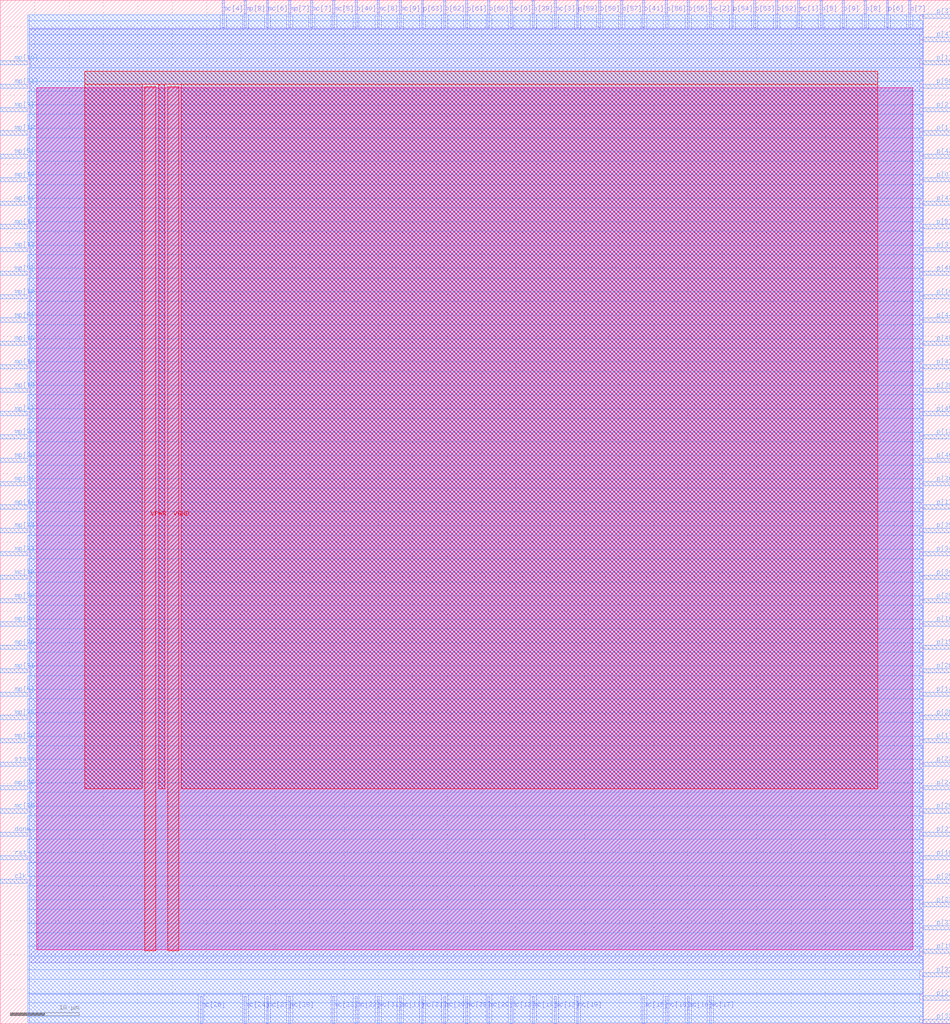
<source format=lef>
VERSION 5.7 ;
  NOWIREEXTENSIONATPIN ON ;
  DIVIDERCHAR "/" ;
  BUSBITCHARS "[]" ;
MACRO pm32
  CLASS BLOCK ;
  FOREIGN pm32 ;
  ORIGIN 0.000 0.000 ;
  SIZE 138.155 BY 148.875 ;
  PIN VGND
    DIRECTION INOUT ;
    USE GROUND ;
    PORT
      LAYER met4 ;
        RECT 24.340 10.640 25.940 136.240 ;
    END
  END VGND
  PIN VPWR
    DIRECTION INOUT ;
    USE POWER ;
    PORT
      LAYER met4 ;
        RECT 21.040 10.640 22.640 136.240 ;
    END
  END VPWR
  PIN clk
    DIRECTION INPUT ;
    USE SIGNAL ;
    ANTENNAGATEAREA 0.852000 ;
    PORT
      LAYER met3 ;
        RECT 0.000 20.440 4.000 21.040 ;
    END
  END clk
  PIN done
    DIRECTION OUTPUT ;
    USE SIGNAL ;
    ANTENNADIFFAREA 0.445500 ;
    PORT
      LAYER met3 ;
        RECT 0.000 27.240 4.000 27.840 ;
    END
  END done
  PIN mc[0]
    DIRECTION INPUT ;
    USE SIGNAL ;
    ANTENNAGATEAREA 0.196500 ;
    PORT
      LAYER met2 ;
        RECT 74.150 144.875 74.430 148.875 ;
    END
  END mc[0]
  PIN mc[10]
    DIRECTION INPUT ;
    USE SIGNAL ;
    ANTENNAGATEAREA 0.196500 ;
    PORT
      LAYER met3 ;
        RECT 0.000 64.640 4.000 65.240 ;
    END
  END mc[10]
  PIN mc[11]
    DIRECTION INPUT ;
    USE SIGNAL ;
    ANTENNAGATEAREA 0.196500 ;
    PORT
      LAYER met2 ;
        RECT 58.050 0.000 58.330 4.000 ;
    END
  END mc[11]
  PIN mc[12]
    DIRECTION INPUT ;
    USE SIGNAL ;
    ANTENNAGATEAREA 0.196500 ;
    PORT
      LAYER met2 ;
        RECT 74.150 0.000 74.430 4.000 ;
    END
  END mc[12]
  PIN mc[13]
    DIRECTION INPUT ;
    USE SIGNAL ;
    ANTENNAGATEAREA 0.196500 ;
    PORT
      LAYER met2 ;
        RECT 80.590 0.000 80.870 4.000 ;
    END
  END mc[13]
  PIN mc[14]
    DIRECTION INPUT ;
    USE SIGNAL ;
    ANTENNAGATEAREA 0.196500 ;
    PORT
      LAYER met2 ;
        RECT 77.370 0.000 77.650 4.000 ;
    END
  END mc[14]
  PIN mc[15]
    DIRECTION INPUT ;
    USE SIGNAL ;
    ANTENNAGATEAREA 0.196500 ;
    PORT
      LAYER met2 ;
        RECT 93.470 0.000 93.750 4.000 ;
    END
  END mc[15]
  PIN mc[16]
    DIRECTION INPUT ;
    USE SIGNAL ;
    ANTENNAGATEAREA 0.196500 ;
    PORT
      LAYER met2 ;
        RECT 99.910 0.000 100.190 4.000 ;
    END
  END mc[16]
  PIN mc[17]
    DIRECTION INPUT ;
    USE SIGNAL ;
    ANTENNAGATEAREA 0.196500 ;
    PORT
      LAYER met2 ;
        RECT 103.130 0.000 103.410 4.000 ;
    END
  END mc[17]
  PIN mc[18]
    DIRECTION INPUT ;
    USE SIGNAL ;
    ANTENNAGATEAREA 0.196500 ;
    PORT
      LAYER met2 ;
        RECT 96.690 0.000 96.970 4.000 ;
    END
  END mc[18]
  PIN mc[19]
    DIRECTION INPUT ;
    USE SIGNAL ;
    ANTENNAGATEAREA 0.196500 ;
    PORT
      LAYER met2 ;
        RECT 83.810 0.000 84.090 4.000 ;
    END
  END mc[19]
  PIN mc[1]
    DIRECTION INPUT ;
    USE SIGNAL ;
    ANTENNAGATEAREA 0.196500 ;
    PORT
      LAYER met2 ;
        RECT 116.010 144.875 116.290 148.875 ;
    END
  END mc[1]
  PIN mc[20]
    DIRECTION INPUT ;
    USE SIGNAL ;
    ANTENNAGATEAREA 0.196500 ;
    PORT
      LAYER met2 ;
        RECT 70.930 0.000 71.210 4.000 ;
    END
  END mc[20]
  PIN mc[21]
    DIRECTION INPUT ;
    USE SIGNAL ;
    ANTENNAGATEAREA 0.196500 ;
    PORT
      LAYER met2 ;
        RECT 61.270 0.000 61.550 4.000 ;
    END
  END mc[21]
  PIN mc[22]
    DIRECTION INPUT ;
    USE SIGNAL ;
    ANTENNAGATEAREA 0.196500 ;
    PORT
      LAYER met2 ;
        RECT 51.610 0.000 51.890 4.000 ;
    END
  END mc[22]
  PIN mc[23]
    DIRECTION INPUT ;
    USE SIGNAL ;
    ANTENNAGATEAREA 0.196500 ;
    PORT
      LAYER met2 ;
        RECT 48.390 0.000 48.670 4.000 ;
    END
  END mc[23]
  PIN mc[24]
    DIRECTION INPUT ;
    USE SIGNAL ;
    ANTENNAGATEAREA 0.196500 ;
    PORT
      LAYER met2 ;
        RECT 35.510 0.000 35.790 4.000 ;
    END
  END mc[24]
  PIN mc[25]
    DIRECTION INPUT ;
    USE SIGNAL ;
    ANTENNAGATEAREA 0.196500 ;
    PORT
      LAYER met3 ;
        RECT 0.000 30.640 4.000 31.240 ;
    END
  END mc[25]
  PIN mc[26]
    DIRECTION INPUT ;
    USE SIGNAL ;
    ANTENNAGATEAREA 0.196500 ;
    PORT
      LAYER met2 ;
        RECT 29.070 0.000 29.350 4.000 ;
    END
  END mc[26]
  PIN mc[27]
    DIRECTION INPUT ;
    USE SIGNAL ;
    ANTENNAGATEAREA 0.196500 ;
    PORT
      LAYER met2 ;
        RECT 38.730 0.000 39.010 4.000 ;
    END
  END mc[27]
  PIN mc[28]
    DIRECTION INPUT ;
    USE SIGNAL ;
    ANTENNAGATEAREA 0.196500 ;
    PORT
      LAYER met2 ;
        RECT 41.950 0.000 42.230 4.000 ;
    END
  END mc[28]
  PIN mc[29]
    DIRECTION INPUT ;
    USE SIGNAL ;
    ANTENNAGATEAREA 0.196500 ;
    PORT
      LAYER met2 ;
        RECT 67.710 0.000 67.990 4.000 ;
    END
  END mc[29]
  PIN mc[2]
    DIRECTION INPUT ;
    USE SIGNAL ;
    ANTENNAGATEAREA 0.196500 ;
    PORT
      LAYER met2 ;
        RECT 103.130 144.875 103.410 148.875 ;
    END
  END mc[2]
  PIN mc[30]
    DIRECTION INPUT ;
    USE SIGNAL ;
    ANTENNAGATEAREA 0.196500 ;
    PORT
      LAYER met2 ;
        RECT 64.490 0.000 64.770 4.000 ;
    END
  END mc[30]
  PIN mc[31]
    DIRECTION INPUT ;
    USE SIGNAL ;
    ANTENNAGATEAREA 0.196500 ;
    PORT
      LAYER met2 ;
        RECT 54.830 0.000 55.110 4.000 ;
    END
  END mc[31]
  PIN mc[3]
    DIRECTION INPUT ;
    USE SIGNAL ;
    ANTENNAGATEAREA 0.196500 ;
    PORT
      LAYER met2 ;
        RECT 80.590 144.875 80.870 148.875 ;
    END
  END mc[3]
  PIN mc[4]
    DIRECTION INPUT ;
    USE SIGNAL ;
    ANTENNAGATEAREA 0.196500 ;
    PORT
      LAYER met2 ;
        RECT 32.290 144.875 32.570 148.875 ;
    END
  END mc[4]
  PIN mc[5]
    DIRECTION INPUT ;
    USE SIGNAL ;
    ANTENNAGATEAREA 0.196500 ;
    PORT
      LAYER met2 ;
        RECT 48.390 144.875 48.670 148.875 ;
    END
  END mc[5]
  PIN mc[6]
    DIRECTION INPUT ;
    USE SIGNAL ;
    ANTENNAGATEAREA 0.196500 ;
    PORT
      LAYER met2 ;
        RECT 38.730 144.875 39.010 148.875 ;
    END
  END mc[6]
  PIN mc[7]
    DIRECTION INPUT ;
    USE SIGNAL ;
    ANTENNAGATEAREA 0.196500 ;
    PORT
      LAYER met2 ;
        RECT 45.170 144.875 45.450 148.875 ;
    END
  END mc[7]
  PIN mc[8]
    DIRECTION INPUT ;
    USE SIGNAL ;
    ANTENNAGATEAREA 0.196500 ;
    PORT
      LAYER met2 ;
        RECT 54.830 144.875 55.110 148.875 ;
    END
  END mc[8]
  PIN mc[9]
    DIRECTION INPUT ;
    USE SIGNAL ;
    ANTENNAGATEAREA 0.196500 ;
    PORT
      LAYER met2 ;
        RECT 58.050 144.875 58.330 148.875 ;
    END
  END mc[9]
  PIN mp[0]
    DIRECTION INPUT ;
    USE SIGNAL ;
    ANTENNAGATEAREA 0.196500 ;
    PORT
      LAYER met3 ;
        RECT 0.000 47.640 4.000 48.240 ;
    END
  END mp[0]
  PIN mp[10]
    DIRECTION INPUT ;
    USE SIGNAL ;
    ANTENNAGATEAREA 0.196500 ;
    PORT
      LAYER met3 ;
        RECT 0.000 139.440 4.000 140.040 ;
    END
  END mp[10]
  PIN mp[11]
    DIRECTION INPUT ;
    USE SIGNAL ;
    ANTENNAGATEAREA 0.196500 ;
    PORT
      LAYER met3 ;
        RECT 0.000 119.040 4.000 119.640 ;
    END
  END mp[11]
  PIN mp[12]
    DIRECTION INPUT ;
    USE SIGNAL ;
    ANTENNAGATEAREA 0.196500 ;
    PORT
      LAYER met3 ;
        RECT 0.000 112.240 4.000 112.840 ;
    END
  END mp[12]
  PIN mp[13]
    DIRECTION INPUT ;
    USE SIGNAL ;
    ANTENNAGATEAREA 0.196500 ;
    PORT
      LAYER met3 ;
        RECT 0.000 115.640 4.000 116.240 ;
    END
  END mp[13]
  PIN mp[14]
    DIRECTION INPUT ;
    USE SIGNAL ;
    ANTENNAGATEAREA 0.196500 ;
    PORT
      LAYER met3 ;
        RECT 0.000 105.440 4.000 106.040 ;
    END
  END mp[14]
  PIN mp[15]
    DIRECTION INPUT ;
    USE SIGNAL ;
    ANTENNAGATEAREA 0.196500 ;
    PORT
      LAYER met3 ;
        RECT 0.000 98.640 4.000 99.240 ;
    END
  END mp[15]
  PIN mp[16]
    DIRECTION INPUT ;
    USE SIGNAL ;
    ANTENNAGATEAREA 0.196500 ;
    PORT
      LAYER met3 ;
        RECT 0.000 95.240 4.000 95.840 ;
    END
  END mp[16]
  PIN mp[17]
    DIRECTION INPUT ;
    USE SIGNAL ;
    ANTENNAGATEAREA 0.196500 ;
    PORT
      LAYER met3 ;
        RECT 0.000 122.440 4.000 123.040 ;
    END
  END mp[17]
  PIN mp[18]
    DIRECTION INPUT ;
    USE SIGNAL ;
    ANTENNAGATEAREA 0.196500 ;
    PORT
      LAYER met3 ;
        RECT 0.000 129.240 4.000 129.840 ;
    END
  END mp[18]
  PIN mp[19]
    DIRECTION INPUT ;
    USE SIGNAL ;
    ANTENNAGATEAREA 0.196500 ;
    PORT
      LAYER met3 ;
        RECT 0.000 91.840 4.000 92.440 ;
    END
  END mp[19]
  PIN mp[1]
    DIRECTION INPUT ;
    USE SIGNAL ;
    ANTENNAGATEAREA 0.196500 ;
    PORT
      LAYER met3 ;
        RECT 0.000 74.840 4.000 75.440 ;
    END
  END mp[1]
  PIN mp[20]
    DIRECTION INPUT ;
    USE SIGNAL ;
    ANTENNAGATEAREA 0.196500 ;
    PORT
      LAYER met3 ;
        RECT 0.000 85.040 4.000 85.640 ;
    END
  END mp[20]
  PIN mp[21]
    DIRECTION INPUT ;
    USE SIGNAL ;
    ANTENNAGATEAREA 0.196500 ;
    PORT
      LAYER met3 ;
        RECT 0.000 136.040 4.000 136.640 ;
    END
  END mp[21]
  PIN mp[22]
    DIRECTION INPUT ;
    USE SIGNAL ;
    ANTENNAGATEAREA 0.196500 ;
    PORT
      LAYER met3 ;
        RECT 0.000 81.640 4.000 82.240 ;
    END
  END mp[22]
  PIN mp[23]
    DIRECTION INPUT ;
    USE SIGNAL ;
    ANTENNAGATEAREA 0.196500 ;
    PORT
      LAYER met3 ;
        RECT 0.000 68.040 4.000 68.640 ;
    END
  END mp[23]
  PIN mp[24]
    DIRECTION INPUT ;
    USE SIGNAL ;
    ANTENNAGATEAREA 0.196500 ;
    PORT
      LAYER met3 ;
        RECT 0.000 57.840 4.000 58.440 ;
    END
  END mp[24]
  PIN mp[25]
    DIRECTION INPUT ;
    USE SIGNAL ;
    ANTENNAGATEAREA 0.196500 ;
    PORT
      LAYER met3 ;
        RECT 0.000 44.240 4.000 44.840 ;
    END
  END mp[25]
  PIN mp[26]
    DIRECTION INPUT ;
    USE SIGNAL ;
    ANTENNAGATEAREA 0.196500 ;
    PORT
      LAYER met3 ;
        RECT 0.000 54.440 4.000 55.040 ;
    END
  END mp[26]
  PIN mp[27]
    DIRECTION INPUT ;
    USE SIGNAL ;
    ANTENNAGATEAREA 0.196500 ;
    PORT
      LAYER met3 ;
        RECT 0.000 34.040 4.000 34.640 ;
    END
  END mp[27]
  PIN mp[28]
    DIRECTION INPUT ;
    USE SIGNAL ;
    ANTENNAGATEAREA 0.196500 ;
    PORT
      LAYER met3 ;
        RECT 0.000 71.440 4.000 72.040 ;
    END
  END mp[28]
  PIN mp[29]
    DIRECTION INPUT ;
    USE SIGNAL ;
    ANTENNAGATEAREA 0.196500 ;
    PORT
      LAYER met3 ;
        RECT 0.000 40.840 4.000 41.440 ;
    END
  END mp[29]
  PIN mp[2]
    DIRECTION INPUT ;
    USE SIGNAL ;
    ANTENNAGATEAREA 0.196500 ;
    PORT
      LAYER met3 ;
        RECT 0.000 78.240 4.000 78.840 ;
    END
  END mp[2]
  PIN mp[30]
    DIRECTION INPUT ;
    USE SIGNAL ;
    ANTENNAGATEAREA 0.196500 ;
    PORT
      LAYER met3 ;
        RECT 0.000 61.240 4.000 61.840 ;
    END
  END mp[30]
  PIN mp[31]
    DIRECTION INPUT ;
    USE SIGNAL ;
    ANTENNAGATEAREA 0.196500 ;
    PORT
      LAYER met3 ;
        RECT 0.000 51.040 4.000 51.640 ;
    END
  END mp[31]
  PIN mp[3]
    DIRECTION INPUT ;
    USE SIGNAL ;
    ANTENNAGATEAREA 0.196500 ;
    PORT
      LAYER met3 ;
        RECT 0.000 132.640 4.000 133.240 ;
    END
  END mp[3]
  PIN mp[4]
    DIRECTION INPUT ;
    USE SIGNAL ;
    ANTENNAGATEAREA 0.196500 ;
    PORT
      LAYER met3 ;
        RECT 0.000 88.440 4.000 89.040 ;
    END
  END mp[4]
  PIN mp[5]
    DIRECTION INPUT ;
    USE SIGNAL ;
    ANTENNAGATEAREA 0.196500 ;
    PORT
      LAYER met3 ;
        RECT 0.000 125.840 4.000 126.440 ;
    END
  END mp[5]
  PIN mp[6]
    DIRECTION INPUT ;
    USE SIGNAL ;
    ANTENNAGATEAREA 0.196500 ;
    PORT
      LAYER met3 ;
        RECT 0.000 102.040 4.000 102.640 ;
    END
  END mp[6]
  PIN mp[7]
    DIRECTION INPUT ;
    USE SIGNAL ;
    ANTENNAGATEAREA 0.196500 ;
    PORT
      LAYER met2 ;
        RECT 41.950 144.875 42.230 148.875 ;
    END
  END mp[7]
  PIN mp[8]
    DIRECTION INPUT ;
    USE SIGNAL ;
    ANTENNAGATEAREA 0.196500 ;
    PORT
      LAYER met2 ;
        RECT 35.510 144.875 35.790 148.875 ;
    END
  END mp[8]
  PIN mp[9]
    DIRECTION INPUT ;
    USE SIGNAL ;
    ANTENNAGATEAREA 0.196500 ;
    PORT
      LAYER met3 ;
        RECT 0.000 108.840 4.000 109.440 ;
    END
  END mp[9]
  PIN p[0]
    DIRECTION OUTPUT ;
    USE SIGNAL ;
    ANTENNADIFFAREA 0.445500 ;
    PORT
      LAYER met3 ;
        RECT 134.155 122.440 138.155 123.040 ;
    END
  END p[0]
  PIN p[10]
    DIRECTION OUTPUT ;
    USE SIGNAL ;
    ANTENNADIFFAREA 0.445500 ;
    PORT
      LAYER met3 ;
        RECT 134.155 105.440 138.155 106.040 ;
    END
  END p[10]
  PIN p[11]
    DIRECTION OUTPUT ;
    USE SIGNAL ;
    ANTENNADIFFAREA 0.445500 ;
    PORT
      LAYER met3 ;
        RECT 134.155 139.440 138.155 140.040 ;
    END
  END p[11]
  PIN p[12]
    DIRECTION OUTPUT ;
    USE SIGNAL ;
    ANTENNADIFFAREA 0.445500 ;
    PORT
      LAYER met3 ;
        RECT 134.155 85.040 138.155 85.640 ;
    END
  END p[12]
  PIN p[13]
    DIRECTION OUTPUT ;
    USE SIGNAL ;
    ANTENNADIFFAREA 0.445500 ;
    PORT
      LAYER met3 ;
        RECT 134.155 74.840 138.155 75.440 ;
    END
  END p[13]
  PIN p[14]
    DIRECTION OUTPUT ;
    USE SIGNAL ;
    ANTENNADIFFAREA 0.445500 ;
    PORT
      LAYER met3 ;
        RECT 134.155 47.640 138.155 48.240 ;
    END
  END p[14]
  PIN p[15]
    DIRECTION OUTPUT ;
    USE SIGNAL ;
    ANTENNADIFFAREA 0.445500 ;
    PORT
      LAYER met3 ;
        RECT 134.155 54.440 138.155 55.040 ;
    END
  END p[15]
  PIN p[16]
    DIRECTION OUTPUT ;
    USE SIGNAL ;
    ANTENNADIFFAREA 0.445500 ;
    PORT
      LAYER met3 ;
        RECT 134.155 57.840 138.155 58.440 ;
    END
  END p[16]
  PIN p[17]
    DIRECTION OUTPUT ;
    USE SIGNAL ;
    ANTENNADIFFAREA 0.445500 ;
    PORT
      LAYER met3 ;
        RECT 134.155 40.840 138.155 41.440 ;
    END
  END p[17]
  PIN p[18]
    DIRECTION OUTPUT ;
    USE SIGNAL ;
    ANTENNADIFFAREA 0.445500 ;
    PORT
      LAYER met3 ;
        RECT 134.155 23.840 138.155 24.440 ;
    END
  END p[18]
  PIN p[19]
    DIRECTION OUTPUT ;
    USE SIGNAL ;
    ANTENNADIFFAREA 0.445500 ;
    PORT
      LAYER met3 ;
        RECT 134.155 10.240 138.155 10.840 ;
    END
  END p[19]
  PIN p[1]
    DIRECTION OUTPUT ;
    USE SIGNAL ;
    ANTENNADIFFAREA 0.445500 ;
    PORT
      LAYER met3 ;
        RECT 134.155 129.240 138.155 129.840 ;
    END
  END p[1]
  PIN p[20]
    DIRECTION OUTPUT ;
    USE SIGNAL ;
    ANTENNADIFFAREA 0.445500 ;
    PORT
      LAYER met3 ;
        RECT 134.155 30.640 138.155 31.240 ;
    END
  END p[20]
  PIN p[21]
    DIRECTION OUTPUT ;
    USE SIGNAL ;
    ANTENNADIFFAREA 0.445500 ;
    PORT
      LAYER met3 ;
        RECT 134.155 27.240 138.155 27.840 ;
    END
  END p[21]
  PIN p[22]
    DIRECTION OUTPUT ;
    USE SIGNAL ;
    ANTENNADIFFAREA 0.445500 ;
    PORT
      LAYER met3 ;
        RECT 134.155 37.440 138.155 38.040 ;
    END
  END p[22]
  PIN p[23]
    DIRECTION OUTPUT ;
    USE SIGNAL ;
    ANTENNADIFFAREA 0.445500 ;
    PORT
      LAYER met3 ;
        RECT 134.155 17.040 138.155 17.640 ;
    END
  END p[23]
  PIN p[24]
    DIRECTION OUTPUT ;
    USE SIGNAL ;
    ANTENNADIFFAREA 0.445500 ;
    PORT
      LAYER met3 ;
        RECT 134.155 34.040 138.155 34.640 ;
    END
  END p[24]
  PIN p[25]
    DIRECTION OUTPUT ;
    USE SIGNAL ;
    ANTENNADIFFAREA 0.445500 ;
    PORT
      LAYER met3 ;
        RECT 134.155 20.440 138.155 21.040 ;
    END
  END p[25]
  PIN p[26]
    DIRECTION OUTPUT ;
    USE SIGNAL ;
    ANTENNADIFFAREA 0.445500 ;
    PORT
      LAYER met3 ;
        RECT 134.155 51.040 138.155 51.640 ;
    END
  END p[26]
  PIN p[27]
    DIRECTION OUTPUT ;
    USE SIGNAL ;
    ANTENNADIFFAREA 0.445500 ;
    PORT
      LAYER met3 ;
        RECT 134.155 3.440 138.155 4.040 ;
    END
  END p[27]
  PIN p[28]
    DIRECTION OUTPUT ;
    USE SIGNAL ;
    ANTENNADIFFAREA 0.445500 ;
    PORT
      LAYER met3 ;
        RECT 134.155 44.240 138.155 44.840 ;
    END
  END p[28]
  PIN p[29]
    DIRECTION OUTPUT ;
    USE SIGNAL ;
    ANTENNADIFFAREA 0.445500 ;
    PORT
      LAYER met3 ;
        RECT 134.155 61.240 138.155 61.840 ;
    END
  END p[29]
  PIN p[2]
    DIRECTION OUTPUT ;
    USE SIGNAL ;
    ANTENNADIFFAREA 0.445500 ;
    PORT
      LAYER met3 ;
        RECT 134.155 132.640 138.155 133.240 ;
    END
  END p[2]
  PIN p[30]
    DIRECTION OUTPUT ;
    USE SIGNAL ;
    ANTENNADIFFAREA 0.445500 ;
    PORT
      LAYER met3 ;
        RECT 134.155 64.640 138.155 65.240 ;
    END
  END p[30]
  PIN p[31]
    DIRECTION OUTPUT ;
    USE SIGNAL ;
    ANTENNADIFFAREA 0.445500 ;
    PORT
      LAYER met3 ;
        RECT 134.155 13.640 138.155 14.240 ;
    END
  END p[31]
  PIN p[32]
    DIRECTION OUTPUT ;
    USE SIGNAL ;
    ANTENNADIFFAREA 0.445500 ;
    PORT
      LAYER met3 ;
        RECT 134.155 0.040 138.155 0.640 ;
    END
  END p[32]
  PIN p[33]
    DIRECTION OUTPUT ;
    USE SIGNAL ;
    ANTENNADIFFAREA 0.445500 ;
    PORT
      LAYER met3 ;
        RECT 134.155 6.840 138.155 7.440 ;
    END
  END p[33]
  PIN p[34]
    DIRECTION OUTPUT ;
    USE SIGNAL ;
    ANTENNADIFFAREA 0.445500 ;
    PORT
      LAYER met3 ;
        RECT 134.155 68.040 138.155 68.640 ;
    END
  END p[34]
  PIN p[35]
    DIRECTION OUTPUT ;
    USE SIGNAL ;
    ANTENNADIFFAREA 0.445500 ;
    PORT
      LAYER met3 ;
        RECT 134.155 71.440 138.155 72.040 ;
    END
  END p[35]
  PIN p[36]
    DIRECTION OUTPUT ;
    USE SIGNAL ;
    ANTENNADIFFAREA 0.445500 ;
    PORT
      LAYER met3 ;
        RECT 134.155 78.240 138.155 78.840 ;
    END
  END p[36]
  PIN p[37]
    DIRECTION OUTPUT ;
    USE SIGNAL ;
    ANTENNADIFFAREA 0.445500 ;
    PORT
      LAYER met3 ;
        RECT 134.155 146.240 138.155 146.840 ;
    END
  END p[37]
  PIN p[38]
    DIRECTION OUTPUT ;
    USE SIGNAL ;
    ANTENNADIFFAREA 0.445500 ;
    PORT
      LAYER met3 ;
        RECT 134.155 91.840 138.155 92.440 ;
    END
  END p[38]
  PIN p[39]
    DIRECTION OUTPUT ;
    USE SIGNAL ;
    ANTENNADIFFAREA 0.445500 ;
    PORT
      LAYER met2 ;
        RECT 77.370 144.875 77.650 148.875 ;
    END
  END p[39]
  PIN p[3]
    DIRECTION OUTPUT ;
    USE SIGNAL ;
    ANTENNADIFFAREA 0.445500 ;
    PORT
      LAYER met3 ;
        RECT 134.155 112.240 138.155 112.840 ;
    END
  END p[3]
  PIN p[40]
    DIRECTION OUTPUT ;
    USE SIGNAL ;
    ANTENNADIFFAREA 0.445500 ;
    PORT
      LAYER met2 ;
        RECT 51.610 144.875 51.890 148.875 ;
    END
  END p[40]
  PIN p[41]
    DIRECTION OUTPUT ;
    USE SIGNAL ;
    ANTENNADIFFAREA 0.445500 ;
    PORT
      LAYER met2 ;
        RECT 93.470 144.875 93.750 148.875 ;
    END
  END p[41]
  PIN p[42]
    DIRECTION OUTPUT ;
    USE SIGNAL ;
    ANTENNADIFFAREA 0.445500 ;
    PORT
      LAYER met3 ;
        RECT 134.155 125.840 138.155 126.440 ;
    END
  END p[42]
  PIN p[43]
    DIRECTION OUTPUT ;
    USE SIGNAL ;
    ANTENNADIFFAREA 0.445500 ;
    PORT
      LAYER met3 ;
        RECT 134.155 95.240 138.155 95.840 ;
    END
  END p[43]
  PIN p[44]
    DIRECTION OUTPUT ;
    USE SIGNAL ;
    ANTENNADIFFAREA 0.445500 ;
    PORT
      LAYER met3 ;
        RECT 134.155 102.040 138.155 102.640 ;
    END
  END p[44]
  PIN p[45]
    DIRECTION OUTPUT ;
    USE SIGNAL ;
    ANTENNADIFFAREA 0.445500 ;
    PORT
      LAYER met3 ;
        RECT 134.155 88.440 138.155 89.040 ;
    END
  END p[45]
  PIN p[46]
    DIRECTION OUTPUT ;
    USE SIGNAL ;
    ANTENNADIFFAREA 0.445500 ;
    PORT
      LAYER met3 ;
        RECT 134.155 81.640 138.155 82.240 ;
    END
  END p[46]
  PIN p[47]
    DIRECTION OUTPUT ;
    USE SIGNAL ;
    ANTENNADIFFAREA 0.445500 ;
    PORT
      LAYER met3 ;
        RECT 134.155 142.840 138.155 143.440 ;
    END
  END p[47]
  PIN p[48]
    DIRECTION OUTPUT ;
    USE SIGNAL ;
    ANTENNADIFFAREA 0.445500 ;
    PORT
      LAYER met3 ;
        RECT 134.155 108.840 138.155 109.440 ;
    END
  END p[48]
  PIN p[49]
    DIRECTION OUTPUT ;
    USE SIGNAL ;
    ANTENNADIFFAREA 0.445500 ;
    PORT
      LAYER met3 ;
        RECT 134.155 98.640 138.155 99.240 ;
    END
  END p[49]
  PIN p[4]
    DIRECTION OUTPUT ;
    USE SIGNAL ;
    ANTENNADIFFAREA 0.445500 ;
    PORT
      LAYER met3 ;
        RECT 134.155 119.040 138.155 119.640 ;
    END
  END p[4]
  PIN p[50]
    DIRECTION OUTPUT ;
    USE SIGNAL ;
    ANTENNADIFFAREA 0.445500 ;
    PORT
      LAYER met3 ;
        RECT 134.155 136.040 138.155 136.640 ;
    END
  END p[50]
  PIN p[51]
    DIRECTION OUTPUT ;
    USE SIGNAL ;
    ANTENNADIFFAREA 0.445500 ;
    PORT
      LAYER met3 ;
        RECT 134.155 115.640 138.155 116.240 ;
    END
  END p[51]
  PIN p[52]
    DIRECTION OUTPUT ;
    USE SIGNAL ;
    ANTENNADIFFAREA 0.445500 ;
    PORT
      LAYER met2 ;
        RECT 112.790 144.875 113.070 148.875 ;
    END
  END p[52]
  PIN p[53]
    DIRECTION OUTPUT ;
    USE SIGNAL ;
    ANTENNADIFFAREA 0.445500 ;
    PORT
      LAYER met2 ;
        RECT 109.570 144.875 109.850 148.875 ;
    END
  END p[53]
  PIN p[54]
    DIRECTION OUTPUT ;
    USE SIGNAL ;
    ANTENNADIFFAREA 0.445500 ;
    PORT
      LAYER met2 ;
        RECT 106.350 144.875 106.630 148.875 ;
    END
  END p[54]
  PIN p[55]
    DIRECTION OUTPUT ;
    USE SIGNAL ;
    ANTENNADIFFAREA 0.445500 ;
    PORT
      LAYER met2 ;
        RECT 99.910 144.875 100.190 148.875 ;
    END
  END p[55]
  PIN p[56]
    DIRECTION OUTPUT ;
    USE SIGNAL ;
    ANTENNADIFFAREA 0.445500 ;
    PORT
      LAYER met2 ;
        RECT 96.690 144.875 96.970 148.875 ;
    END
  END p[56]
  PIN p[57]
    DIRECTION OUTPUT ;
    USE SIGNAL ;
    ANTENNADIFFAREA 0.445500 ;
    PORT
      LAYER met2 ;
        RECT 90.250 144.875 90.530 148.875 ;
    END
  END p[57]
  PIN p[58]
    DIRECTION OUTPUT ;
    USE SIGNAL ;
    ANTENNADIFFAREA 0.445500 ;
    PORT
      LAYER met2 ;
        RECT 87.030 144.875 87.310 148.875 ;
    END
  END p[58]
  PIN p[59]
    DIRECTION OUTPUT ;
    USE SIGNAL ;
    ANTENNADIFFAREA 0.445500 ;
    PORT
      LAYER met2 ;
        RECT 83.810 144.875 84.090 148.875 ;
    END
  END p[59]
  PIN p[5]
    DIRECTION OUTPUT ;
    USE SIGNAL ;
    ANTENNADIFFAREA 0.445500 ;
    PORT
      LAYER met2 ;
        RECT 119.230 144.875 119.510 148.875 ;
    END
  END p[5]
  PIN p[60]
    DIRECTION OUTPUT ;
    USE SIGNAL ;
    ANTENNADIFFAREA 0.445500 ;
    PORT
      LAYER met2 ;
        RECT 70.930 144.875 71.210 148.875 ;
    END
  END p[60]
  PIN p[61]
    DIRECTION OUTPUT ;
    USE SIGNAL ;
    ANTENNADIFFAREA 0.445500 ;
    PORT
      LAYER met2 ;
        RECT 67.710 144.875 67.990 148.875 ;
    END
  END p[61]
  PIN p[62]
    DIRECTION OUTPUT ;
    USE SIGNAL ;
    ANTENNADIFFAREA 0.445500 ;
    PORT
      LAYER met2 ;
        RECT 64.490 144.875 64.770 148.875 ;
    END
  END p[62]
  PIN p[63]
    DIRECTION OUTPUT ;
    USE SIGNAL ;
    ANTENNADIFFAREA 0.445500 ;
    PORT
      LAYER met2 ;
        RECT 61.270 144.875 61.550 148.875 ;
    END
  END p[63]
  PIN p[6]
    DIRECTION OUTPUT ;
    USE SIGNAL ;
    ANTENNADIFFAREA 0.445500 ;
    PORT
      LAYER met2 ;
        RECT 128.890 144.875 129.170 148.875 ;
    END
  END p[6]
  PIN p[7]
    DIRECTION OUTPUT ;
    USE SIGNAL ;
    ANTENNADIFFAREA 0.445500 ;
    PORT
      LAYER met2 ;
        RECT 132.110 144.875 132.390 148.875 ;
    END
  END p[7]
  PIN p[8]
    DIRECTION OUTPUT ;
    USE SIGNAL ;
    ANTENNADIFFAREA 0.445500 ;
    PORT
      LAYER met2 ;
        RECT 125.670 144.875 125.950 148.875 ;
    END
  END p[8]
  PIN p[9]
    DIRECTION OUTPUT ;
    USE SIGNAL ;
    ANTENNADIFFAREA 0.445500 ;
    PORT
      LAYER met2 ;
        RECT 122.450 144.875 122.730 148.875 ;
    END
  END p[9]
  PIN rst
    DIRECTION INPUT ;
    USE SIGNAL ;
    ANTENNAGATEAREA 0.196500 ;
    PORT
      LAYER met3 ;
        RECT 0.000 23.840 4.000 24.440 ;
    END
  END rst
  PIN start
    DIRECTION INPUT ;
    USE SIGNAL ;
    ANTENNAGATEAREA 0.213000 ;
    PORT
      LAYER met3 ;
        RECT 0.000 37.440 4.000 38.040 ;
    END
  END start
  OBS
      LAYER nwell ;
        RECT 5.330 10.795 132.670 136.085 ;
      LAYER li1 ;
        RECT 5.520 10.795 132.480 136.085 ;
      LAYER met1 ;
        RECT 4.210 8.880 134.250 144.800 ;
      LAYER met2 ;
        RECT 4.230 144.595 32.010 146.725 ;
        RECT 32.850 144.595 35.230 146.725 ;
        RECT 36.070 144.595 38.450 146.725 ;
        RECT 39.290 144.595 41.670 146.725 ;
        RECT 42.510 144.595 44.890 146.725 ;
        RECT 45.730 144.595 48.110 146.725 ;
        RECT 48.950 144.595 51.330 146.725 ;
        RECT 52.170 144.595 54.550 146.725 ;
        RECT 55.390 144.595 57.770 146.725 ;
        RECT 58.610 144.595 60.990 146.725 ;
        RECT 61.830 144.595 64.210 146.725 ;
        RECT 65.050 144.595 67.430 146.725 ;
        RECT 68.270 144.595 70.650 146.725 ;
        RECT 71.490 144.595 73.870 146.725 ;
        RECT 74.710 144.595 77.090 146.725 ;
        RECT 77.930 144.595 80.310 146.725 ;
        RECT 81.150 144.595 83.530 146.725 ;
        RECT 84.370 144.595 86.750 146.725 ;
        RECT 87.590 144.595 89.970 146.725 ;
        RECT 90.810 144.595 93.190 146.725 ;
        RECT 94.030 144.595 96.410 146.725 ;
        RECT 97.250 144.595 99.630 146.725 ;
        RECT 100.470 144.595 102.850 146.725 ;
        RECT 103.690 144.595 106.070 146.725 ;
        RECT 106.910 144.595 109.290 146.725 ;
        RECT 110.130 144.595 112.510 146.725 ;
        RECT 113.350 144.595 115.730 146.725 ;
        RECT 116.570 144.595 118.950 146.725 ;
        RECT 119.790 144.595 122.170 146.725 ;
        RECT 123.010 144.595 125.390 146.725 ;
        RECT 126.230 144.595 128.610 146.725 ;
        RECT 129.450 144.595 131.830 146.725 ;
        RECT 132.670 144.595 134.230 146.725 ;
        RECT 4.230 4.280 134.230 144.595 ;
        RECT 4.230 0.155 28.790 4.280 ;
        RECT 29.630 0.155 35.230 4.280 ;
        RECT 36.070 0.155 38.450 4.280 ;
        RECT 39.290 0.155 41.670 4.280 ;
        RECT 42.510 0.155 48.110 4.280 ;
        RECT 48.950 0.155 51.330 4.280 ;
        RECT 52.170 0.155 54.550 4.280 ;
        RECT 55.390 0.155 57.770 4.280 ;
        RECT 58.610 0.155 60.990 4.280 ;
        RECT 61.830 0.155 64.210 4.280 ;
        RECT 65.050 0.155 67.430 4.280 ;
        RECT 68.270 0.155 70.650 4.280 ;
        RECT 71.490 0.155 73.870 4.280 ;
        RECT 74.710 0.155 77.090 4.280 ;
        RECT 77.930 0.155 80.310 4.280 ;
        RECT 81.150 0.155 83.530 4.280 ;
        RECT 84.370 0.155 93.190 4.280 ;
        RECT 94.030 0.155 96.410 4.280 ;
        RECT 97.250 0.155 99.630 4.280 ;
        RECT 100.470 0.155 102.850 4.280 ;
        RECT 103.690 0.155 134.230 4.280 ;
      LAYER met3 ;
        RECT 3.990 145.840 133.755 146.705 ;
        RECT 3.990 143.840 134.155 145.840 ;
        RECT 3.990 142.440 133.755 143.840 ;
        RECT 3.990 140.440 134.155 142.440 ;
        RECT 4.400 139.040 133.755 140.440 ;
        RECT 3.990 137.040 134.155 139.040 ;
        RECT 4.400 135.640 133.755 137.040 ;
        RECT 3.990 133.640 134.155 135.640 ;
        RECT 4.400 132.240 133.755 133.640 ;
        RECT 3.990 130.240 134.155 132.240 ;
        RECT 4.400 128.840 133.755 130.240 ;
        RECT 3.990 126.840 134.155 128.840 ;
        RECT 4.400 125.440 133.755 126.840 ;
        RECT 3.990 123.440 134.155 125.440 ;
        RECT 4.400 122.040 133.755 123.440 ;
        RECT 3.990 120.040 134.155 122.040 ;
        RECT 4.400 118.640 133.755 120.040 ;
        RECT 3.990 116.640 134.155 118.640 ;
        RECT 4.400 115.240 133.755 116.640 ;
        RECT 3.990 113.240 134.155 115.240 ;
        RECT 4.400 111.840 133.755 113.240 ;
        RECT 3.990 109.840 134.155 111.840 ;
        RECT 4.400 108.440 133.755 109.840 ;
        RECT 3.990 106.440 134.155 108.440 ;
        RECT 4.400 105.040 133.755 106.440 ;
        RECT 3.990 103.040 134.155 105.040 ;
        RECT 4.400 101.640 133.755 103.040 ;
        RECT 3.990 99.640 134.155 101.640 ;
        RECT 4.400 98.240 133.755 99.640 ;
        RECT 3.990 96.240 134.155 98.240 ;
        RECT 4.400 94.840 133.755 96.240 ;
        RECT 3.990 92.840 134.155 94.840 ;
        RECT 4.400 91.440 133.755 92.840 ;
        RECT 3.990 89.440 134.155 91.440 ;
        RECT 4.400 88.040 133.755 89.440 ;
        RECT 3.990 86.040 134.155 88.040 ;
        RECT 4.400 84.640 133.755 86.040 ;
        RECT 3.990 82.640 134.155 84.640 ;
        RECT 4.400 81.240 133.755 82.640 ;
        RECT 3.990 79.240 134.155 81.240 ;
        RECT 4.400 77.840 133.755 79.240 ;
        RECT 3.990 75.840 134.155 77.840 ;
        RECT 4.400 74.440 133.755 75.840 ;
        RECT 3.990 72.440 134.155 74.440 ;
        RECT 4.400 71.040 133.755 72.440 ;
        RECT 3.990 69.040 134.155 71.040 ;
        RECT 4.400 67.640 133.755 69.040 ;
        RECT 3.990 65.640 134.155 67.640 ;
        RECT 4.400 64.240 133.755 65.640 ;
        RECT 3.990 62.240 134.155 64.240 ;
        RECT 4.400 60.840 133.755 62.240 ;
        RECT 3.990 58.840 134.155 60.840 ;
        RECT 4.400 57.440 133.755 58.840 ;
        RECT 3.990 55.440 134.155 57.440 ;
        RECT 4.400 54.040 133.755 55.440 ;
        RECT 3.990 52.040 134.155 54.040 ;
        RECT 4.400 50.640 133.755 52.040 ;
        RECT 3.990 48.640 134.155 50.640 ;
        RECT 4.400 47.240 133.755 48.640 ;
        RECT 3.990 45.240 134.155 47.240 ;
        RECT 4.400 43.840 133.755 45.240 ;
        RECT 3.990 41.840 134.155 43.840 ;
        RECT 4.400 40.440 133.755 41.840 ;
        RECT 3.990 38.440 134.155 40.440 ;
        RECT 4.400 37.040 133.755 38.440 ;
        RECT 3.990 35.040 134.155 37.040 ;
        RECT 4.400 33.640 133.755 35.040 ;
        RECT 3.990 31.640 134.155 33.640 ;
        RECT 4.400 30.240 133.755 31.640 ;
        RECT 3.990 28.240 134.155 30.240 ;
        RECT 4.400 26.840 133.755 28.240 ;
        RECT 3.990 24.840 134.155 26.840 ;
        RECT 4.400 23.440 133.755 24.840 ;
        RECT 3.990 21.440 134.155 23.440 ;
        RECT 4.400 20.040 133.755 21.440 ;
        RECT 3.990 18.040 134.155 20.040 ;
        RECT 3.990 16.640 133.755 18.040 ;
        RECT 3.990 14.640 134.155 16.640 ;
        RECT 3.990 13.240 133.755 14.640 ;
        RECT 3.990 11.240 134.155 13.240 ;
        RECT 3.990 9.840 133.755 11.240 ;
        RECT 3.990 7.840 134.155 9.840 ;
        RECT 3.990 6.440 133.755 7.840 ;
        RECT 3.990 4.440 134.155 6.440 ;
        RECT 3.990 3.040 133.755 4.440 ;
        RECT 3.990 1.040 134.155 3.040 ;
        RECT 3.990 0.175 133.755 1.040 ;
      LAYER met4 ;
        RECT 12.255 136.640 127.585 138.545 ;
        RECT 12.255 34.175 20.640 136.640 ;
        RECT 23.040 34.175 23.940 136.640 ;
        RECT 26.340 34.175 127.585 136.640 ;
  END
END pm32
END LIBRARY


</source>
